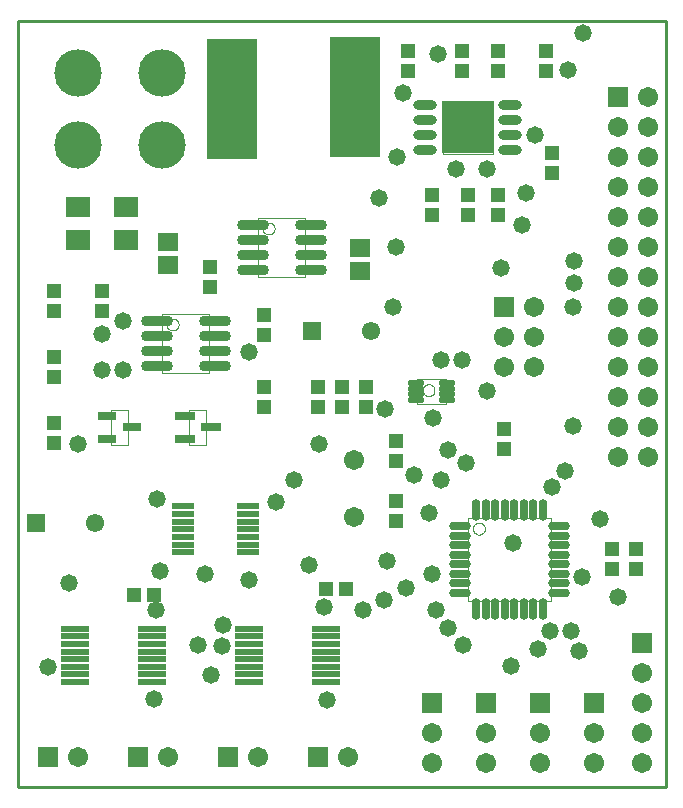
<source format=gts>
%FSTAX23Y23*%
%MOIN*%
%SFA1B1*%

%IPPOS*%
%ADD34C,0.010000*%
%ADD37C,0.003940*%
%ADD49R,0.059180X0.031620*%
%ADD50R,0.047370X0.051310*%
%ADD51R,0.173350X0.173350*%
%ADD52O,0.078870X0.031620*%
%ADD53R,0.067060X0.059180*%
%ADD54R,0.070990X0.031620*%
%ADD55O,0.106420X0.035560*%
%ADD56O,0.057210X0.019810*%
%ADD57R,0.051310X0.047370*%
%ADD58R,0.092650X0.023750*%
%ADD59R,0.092650X0.023750*%
%ADD60R,0.072960X0.019810*%
%ADD61O,0.072960X0.029650*%
%ADD62O,0.029650X0.072960*%
%ADD63R,0.078870X0.070990*%
%ADD64R,0.165480X0.401700*%
%ADD65C,0.067060*%
%ADD66R,0.067060X0.067060*%
%ADD67C,0.158000*%
%ADD68C,0.061150*%
%ADD69R,0.061150X0.061150*%
%ADD70R,0.067060X0.067060*%
%ADD71C,0.067060*%
%ADD72C,0.058000*%
%LNrazbot_v02-1*%
%LPD*%
G54D34*
X0Y0D02*
Y02555D01*
X0216*
Y0D02*
Y02555D01*
X0Y0D02*
X0216D01*
G54D37*
X01472Y02254D02*
D01*
X01472Y02255*
X01471Y02257*
X01471Y02258*
X01471Y02259*
X0147Y02261*
X0147Y02262*
X01469Y02263*
X01469Y02264*
X01468Y02266*
X01467Y02267*
X01466Y02268*
X01465Y02269*
X01464Y0227*
X01463Y0227*
X01462Y02271*
X0146Y02272*
X01459Y02272*
X01458Y02273*
X01457Y02273*
X01455Y02273*
X01454Y02274*
X01453Y02274*
X01451*
X0145Y02274*
X01448Y02273*
X01447Y02273*
X01446Y02273*
X01444Y02272*
X01443Y02272*
X01442Y02271*
X01441Y0227*
X0144Y0227*
X01439Y02269*
X01438Y02268*
X01437Y02267*
X01436Y02266*
X01435Y02264*
X01434Y02263*
X01434Y02262*
X01433Y02261*
X01433Y02259*
X01433Y02258*
X01432Y02257*
X01432Y02255*
X01432Y02254*
X01432Y02253*
X01432Y02251*
X01433Y0225*
X01433Y02249*
X01433Y02247*
X01434Y02246*
X01434Y02245*
X01435Y02244*
X01436Y02242*
X01437Y02241*
X01438Y0224*
X01439Y02239*
X0144Y02239*
X01441Y02238*
X01442Y02237*
X01443Y02236*
X01444Y02236*
X01446Y02235*
X01447Y02235*
X01448Y02235*
X0145Y02234*
X01451Y02234*
X01453*
X01454Y02234*
X01455Y02235*
X01457Y02235*
X01458Y02235*
X01459Y02236*
X0146Y02236*
X01462Y02237*
X01463Y02238*
X01464Y02239*
X01465Y02239*
X01466Y0224*
X01467Y02241*
X01468Y02242*
X01469Y02244*
X01469Y02245*
X0147Y02246*
X0147Y02247*
X01471Y02249*
X01471Y0225*
X01471Y02251*
X01472Y02253*
X01472Y02254*
X00856Y01862D02*
D01*
X00856Y01864*
X00856Y01865*
X00855Y01867*
X00855Y01868*
X00855Y01869*
X00854Y0187*
X00854Y01872*
X00853Y01873*
X00852Y01874*
X00851Y01875*
X0085Y01876*
X00849Y01877*
X00848Y01878*
X00847Y01879*
X00846Y0188*
X00845Y0188*
X00844Y01881*
X00842Y01881*
X00841Y01882*
X0084Y01882*
X00838Y01882*
X00837Y01882*
X00836*
X00834Y01882*
X00833Y01882*
X00831Y01882*
X0083Y01881*
X00829Y01881*
X00828Y0188*
X00826Y0188*
X00825Y01879*
X00824Y01878*
X00823Y01877*
X00822Y01876*
X00821Y01875*
X0082Y01874*
X00819Y01873*
X00819Y01872*
X00818Y0187*
X00818Y01869*
X00817Y01868*
X00817Y01867*
X00817Y01865*
X00817Y01864*
X00817Y01862*
X00817Y01861*
X00817Y0186*
X00817Y01858*
X00817Y01857*
X00818Y01856*
X00818Y01854*
X00819Y01853*
X00819Y01852*
X0082Y01851*
X00821Y0185*
X00822Y01849*
X00823Y01848*
X00824Y01847*
X00825Y01846*
X00826Y01845*
X00828Y01845*
X00829Y01844*
X0083Y01844*
X00831Y01843*
X00833Y01843*
X00834Y01843*
X00836Y01843*
X00837*
X00838Y01843*
X0084Y01843*
X00841Y01843*
X00842Y01844*
X00844Y01844*
X00845Y01845*
X00846Y01845*
X00847Y01846*
X00848Y01847*
X00849Y01848*
X0085Y01849*
X00851Y0185*
X00852Y01851*
X00853Y01852*
X00854Y01853*
X00854Y01854*
X00855Y01856*
X00855Y01857*
X00855Y01858*
X00856Y0186*
X00856Y01861*
X00856Y01862*
X00536Y01542D02*
D01*
X00536Y01544*
X00536Y01545*
X00535Y01547*
X00535Y01548*
X00535Y01549*
X00534Y0155*
X00534Y01552*
X00533Y01553*
X00532Y01554*
X00531Y01555*
X0053Y01556*
X00529Y01557*
X00528Y01558*
X00527Y01559*
X00526Y0156*
X00525Y0156*
X00524Y01561*
X00522Y01561*
X00521Y01562*
X0052Y01562*
X00518Y01562*
X00517Y01562*
X00516*
X00514Y01562*
X00513Y01562*
X00511Y01562*
X0051Y01561*
X00509Y01561*
X00508Y0156*
X00506Y0156*
X00505Y01559*
X00504Y01558*
X00503Y01557*
X00502Y01556*
X00501Y01555*
X005Y01554*
X00499Y01553*
X00499Y01552*
X00498Y0155*
X00498Y01549*
X00497Y01548*
X00497Y01547*
X00497Y01545*
X00497Y01544*
X00497Y01542*
X00497Y01541*
X00497Y0154*
X00497Y01538*
X00497Y01537*
X00498Y01536*
X00498Y01534*
X00499Y01533*
X00499Y01532*
X005Y01531*
X00501Y0153*
X00502Y01529*
X00503Y01528*
X00504Y01527*
X00505Y01526*
X00506Y01525*
X00508Y01525*
X00509Y01524*
X0051Y01524*
X00511Y01523*
X00513Y01523*
X00514Y01523*
X00516Y01523*
X00517*
X00518Y01523*
X0052Y01523*
X00521Y01523*
X00522Y01524*
X00524Y01524*
X00525Y01525*
X00526Y01525*
X00527Y01526*
X00528Y01527*
X00529Y01528*
X0053Y01529*
X00531Y0153*
X00532Y01531*
X00533Y01532*
X00534Y01533*
X00534Y01534*
X00535Y01536*
X00535Y01537*
X00535Y01538*
X00536Y0154*
X00536Y01541*
X00536Y01542*
X01389Y01323D02*
D01*
X01389Y01325*
X01389Y01326*
X01389Y01328*
X01389Y01329*
X01388Y0133*
X01388Y01331*
X01387Y01333*
X01386Y01334*
X01386Y01335*
X01385Y01336*
X01384Y01337*
X01383Y01338*
X01382Y01339*
X01381Y0134*
X01379Y0134*
X01378Y01341*
X01377Y01342*
X01376Y01342*
X01374Y01343*
X01373Y01343*
X01372Y01343*
X0137Y01343*
X01369*
X01368Y01343*
X01366Y01343*
X01365Y01343*
X01364Y01342*
X01362Y01342*
X01361Y01341*
X0136Y0134*
X01359Y0134*
X01358Y01339*
X01356Y01338*
X01355Y01337*
X01355Y01336*
X01354Y01335*
X01353Y01334*
X01352Y01333*
X01352Y01331*
X01351Y0133*
X01351Y01329*
X0135Y01328*
X0135Y01326*
X0135Y01325*
X0135Y01323*
X0135Y01322*
X0135Y01321*
X0135Y01319*
X01351Y01318*
X01351Y01317*
X01352Y01315*
X01352Y01314*
X01353Y01313*
X01354Y01312*
X01355Y01311*
X01355Y0131*
X01356Y01309*
X01358Y01308*
X01359Y01307*
X0136Y01306*
X01361Y01306*
X01362Y01305*
X01364Y01305*
X01365Y01304*
X01366Y01304*
X01368Y01304*
X01369Y01304*
X0137*
X01372Y01304*
X01373Y01304*
X01374Y01304*
X01376Y01305*
X01377Y01305*
X01378Y01306*
X01379Y01306*
X01381Y01307*
X01382Y01308*
X01383Y01309*
X01384Y0131*
X01385Y01311*
X01386Y01312*
X01386Y01313*
X01387Y01314*
X01388Y01315*
X01388Y01317*
X01389Y01318*
X01389Y01319*
X01389Y01321*
X01389Y01322*
X01389Y01323*
X01557Y00862D02*
D01*
X01557Y00863*
X01557Y00865*
X01556Y00866*
X01556Y00867*
X01556Y00869*
X01555Y0087*
X01555Y00871*
X01554Y00872*
X01553Y00873*
X01552Y00875*
X01551Y00876*
X0155Y00876*
X01549Y00877*
X01548Y00878*
X01547Y00879*
X01546Y0088*
X01545Y0088*
X01543Y00881*
X01542Y00881*
X01541Y00881*
X01539Y00881*
X01538Y00882*
X01536*
X01535Y00881*
X01534Y00881*
X01532Y00881*
X01531Y00881*
X0153Y0088*
X01528Y0088*
X01527Y00879*
X01526Y00878*
X01525Y00877*
X01524Y00876*
X01523Y00876*
X01522Y00875*
X01521Y00873*
X0152Y00872*
X0152Y00871*
X01519Y0087*
X01519Y00869*
X01518Y00867*
X01518Y00866*
X01518Y00865*
X01517Y00863*
X01517Y00862*
X01517Y0086*
X01518Y00859*
X01518Y00858*
X01518Y00856*
X01519Y00855*
X01519Y00854*
X0152Y00853*
X0152Y00851*
X01521Y0085*
X01522Y00849*
X01523Y00848*
X01524Y00847*
X01525Y00846*
X01526Y00846*
X01527Y00845*
X01528Y00844*
X0153Y00844*
X01531Y00843*
X01532Y00843*
X01534Y00842*
X01535Y00842*
X01536Y00842*
X01538*
X01539Y00842*
X01541Y00842*
X01542Y00843*
X01543Y00843*
X01545Y00844*
X01546Y00844*
X01547Y00845*
X01548Y00846*
X01549Y00846*
X0155Y00847*
X01551Y00848*
X01552Y00849*
X01553Y0085*
X01554Y00851*
X01555Y00853*
X01555Y00854*
X01556Y00855*
X01556Y00856*
X01556Y00858*
X01557Y00859*
X01557Y0086*
X01557Y00862*
X00312Y0114D02*
X00367D01*
X00312Y01259D02*
X00367D01*
Y0114D02*
Y01259D01*
X00312Y0114D02*
Y01259D01*
X01416Y0211D02*
Y02289D01*
X01583Y0211D02*
Y02289D01*
X01416D02*
X01583D01*
X01416Y0211D02*
X01583D01*
X00572Y0114D02*
X00627D01*
X00572Y01259D02*
X00627D01*
Y0114D02*
Y01259D01*
X00572Y0114D02*
Y01259D01*
X00801Y01701D02*
X00958D01*
X00801Y01898D02*
X00958D01*
Y01701D02*
Y01898D01*
X00801Y01701D02*
Y01898D01*
X00481Y01381D02*
X00638D01*
X00481Y01578D02*
X00638D01*
Y01381D02*
Y01578D01*
X00481Y01381D02*
Y01578D01*
X01332Y01278D02*
X01427D01*
X01332Y01361D02*
X01427D01*
Y01278D02*
Y01361D01*
X01332Y01278D02*
Y01361D01*
X01502Y00622D02*
Y00897D01*
X01777Y00622D02*
Y00897D01*
X01502D02*
X01777D01*
X01502Y00622D02*
X01777D01*
G54D49*
X00381Y012D03*
X00298Y01162D03*
Y01237D03*
G54D50*
X0108Y01266D03*
Y01333D03*
X01Y01266D03*
Y01333D03*
X0126Y00953D03*
Y00886D03*
X0162Y01193D03*
Y01126D03*
X0012Y01653D03*
Y01586D03*
Y01433D03*
Y01366D03*
Y01213D03*
Y01146D03*
X0178Y02046D03*
Y02113D03*
X016Y01973D03*
Y01906D03*
X015Y01973D03*
Y01906D03*
X0028Y01586D03*
Y01653D03*
X0082Y01506D03*
Y01573D03*
Y01333D03*
Y01266D03*
X0138Y01906D03*
Y01973D03*
X0148Y02453D03*
Y02386D03*
X013Y02453D03*
Y02386D03*
X016D03*
Y02453D03*
X0176D03*
Y02386D03*
X0064Y01733D03*
Y01666D03*
X0126Y01153D03*
Y01086D03*
X0116Y01266D03*
Y01333D03*
X0206Y00726D03*
Y00793D03*
X0198Y00726D03*
Y00793D03*
G54D51*
X015Y022D03*
G54D52*
X01358Y02275D03*
Y02225D03*
Y02175D03*
Y02125D03*
X01641Y02275D03*
Y02225D03*
Y02175D03*
Y02125D03*
G54D53*
X005Y01742D03*
Y01817D03*
X0114Y01797D03*
Y01722D03*
G54D54*
X00643Y012D03*
X00556Y01162D03*
Y01237D03*
G54D55*
X00976Y01725D03*
Y01775D03*
Y01825D03*
Y01875D03*
X00783Y01725D03*
Y01775D03*
Y01825D03*
Y01875D03*
X00656Y01405D03*
Y01455D03*
Y01505D03*
Y01555D03*
X00463Y01405D03*
Y01455D03*
Y01505D03*
Y01555D03*
G54D56*
X01432Y0129D03*
Y0131D03*
Y01329D03*
Y01349D03*
X01327Y0129D03*
Y0131D03*
Y01329D03*
Y01349D03*
G54D57*
X00386Y0064D03*
X00453D03*
X01093Y0066D03*
X01026D03*
G54D58*
X00191Y00529D03*
X00771D03*
G54D59*
X00191Y00503D03*
Y00478D03*
Y00452D03*
Y00427D03*
Y00401D03*
Y00376D03*
Y0035D03*
X00448Y00529D03*
Y00503D03*
Y00478D03*
Y00452D03*
Y00427D03*
Y00401D03*
Y00376D03*
Y0035D03*
X00771Y00503D03*
Y00478D03*
Y00452D03*
Y00427D03*
Y00401D03*
Y00376D03*
Y0035D03*
X01028Y00529D03*
Y00503D03*
Y00478D03*
Y00452D03*
Y00427D03*
Y00401D03*
Y00376D03*
Y0035D03*
G54D60*
X0055Y00936D03*
Y00911D03*
Y00885D03*
Y0086D03*
Y00834D03*
Y00808D03*
Y00783D03*
X00769Y00936D03*
Y00911D03*
Y00885D03*
Y0086D03*
Y00834D03*
Y00808D03*
Y00783D03*
G54D61*
X01474Y0087D03*
Y00838D03*
Y00807D03*
Y00775D03*
Y00744D03*
Y00712D03*
Y00681D03*
Y00649D03*
X01805D03*
Y00681D03*
Y00712D03*
Y00744D03*
Y00775D03*
Y00807D03*
Y00838D03*
Y0087D03*
G54D62*
X01529Y00594D03*
X01561D03*
X01592D03*
X01624D03*
X01655D03*
X01687D03*
X01718D03*
X0175D03*
Y00925D03*
X01718D03*
X01687D03*
X01655D03*
X01624D03*
X01592D03*
X01561D03*
X01529D03*
G54D63*
X0036Y01824D03*
Y01935D03*
X002D03*
Y01824D03*
G54D64*
X00715Y02295D03*
X01125Y023D03*
G54D65*
X0208Y0008D03*
Y0018D03*
Y0028D03*
Y0038D03*
X002Y001D03*
X005D03*
X008D03*
X011D03*
X0172Y016D03*
X0162Y015D03*
X0172D03*
X0162Y014D03*
X0172D03*
X0156Y0018D03*
Y0008D03*
X0192Y0018D03*
Y0008D03*
X0174Y0018D03*
Y0008D03*
X0138Y0018D03*
Y0008D03*
X021Y023D03*
X02Y022D03*
X021D03*
X02Y021D03*
X021D03*
X02Y02D03*
X021D03*
X02Y019D03*
X021D03*
X02Y018D03*
X021D03*
X02Y017D03*
X021D03*
X02Y016D03*
X021D03*
X02Y015D03*
X021D03*
X02Y014D03*
X021D03*
X02Y013D03*
X021D03*
X02Y012D03*
X021D03*
X02Y011D03*
X021D03*
G54D66*
X0208Y0048D03*
X0162Y016D03*
X0156Y0028D03*
X0192D03*
X0174D03*
X0138D03*
X02Y023D03*
G54D67*
X0048Y0214D03*
Y0238D03*
X002Y0214D03*
Y0238D03*
G54D68*
X00258Y0088D03*
X01178Y0152D03*
G54D69*
X00061Y0088D03*
X00981Y0152D03*
G54D70*
X001Y001D03*
X004D03*
X007D03*
X01D03*
G54D71*
X0112Y01092D03*
Y009D03*
G54D72*
X01005Y01145D03*
X0092Y01025D03*
X0125Y016D03*
X01855Y01755D03*
Y0168D03*
X0148Y01425D03*
X0141D03*
X01565Y0132D03*
X0185Y01205D03*
X0141Y01025D03*
X00465Y0096D03*
X01495Y0108D03*
X01435Y01125D03*
X01225Y0126D03*
X01385Y0123D03*
X0137Y00915D03*
X0165Y00815D03*
X0123Y00755D03*
X01775Y0052D03*
X01735Y0046D03*
X01845Y0052D03*
X01295Y00665D03*
X0115Y0059D03*
X0122Y00625D03*
X0132Y0104D03*
X0178Y01D03*
X0187Y00455D03*
X0188Y007D03*
X01645Y00405D03*
X01825Y01055D03*
X0194Y00895D03*
X00475Y0072D03*
X00685Y0054D03*
X01395Y0059D03*
X0102Y006D03*
X01435Y0053D03*
X01485Y00475D03*
X0068Y0047D03*
X006Y00475D03*
X0077Y0069D03*
X00455Y00295D03*
X0103Y0029D03*
X001Y004D03*
X0017Y0068D03*
X00625Y0071D03*
X0097Y0074D03*
X0046Y0059D03*
X0086Y0095D03*
X0138Y0071D03*
X01285Y02315D03*
X00645Y00375D03*
X0126Y018D03*
X0028Y0151D03*
Y0139D03*
X0035D03*
Y01555D03*
X0077Y0145D03*
X002Y01145D03*
X01885Y02515D03*
X0168Y01875D03*
X01695Y0198D03*
X01265Y021D03*
X01205Y01965D03*
X0146Y0206D03*
X01565D03*
X01725Y02175D03*
X0161Y0173D03*
X014Y02445D03*
X0185Y016D03*
X02Y00635D03*
X01835Y0239D03*
M02*
</source>
